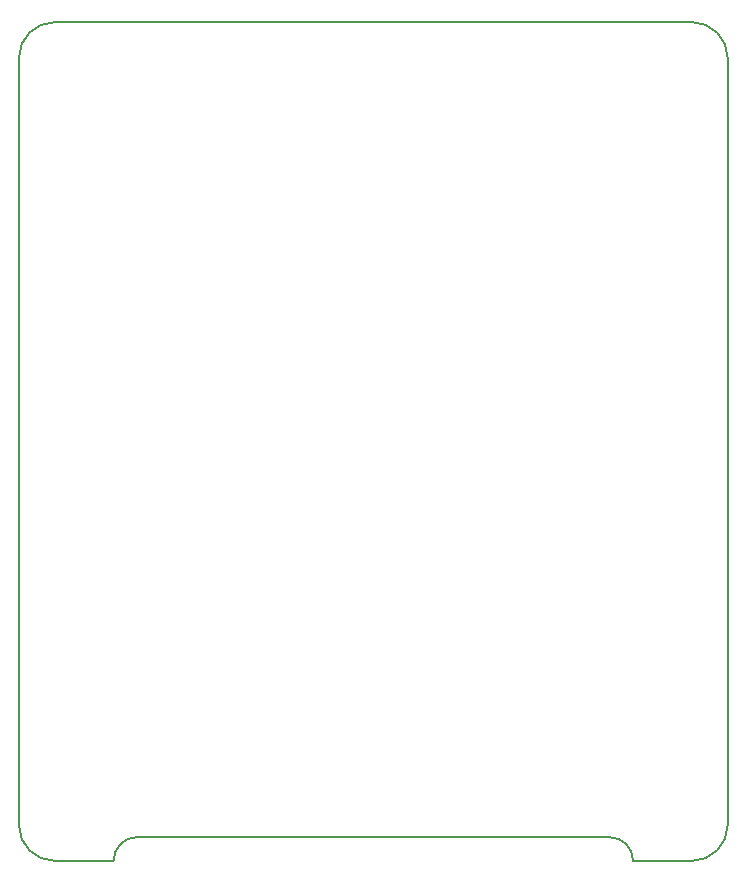
<source format=gbr>
G04 #@! TF.GenerationSoftware,KiCad,Pcbnew,(5.0.1-3-g963ef8bb5)*
G04 #@! TF.CreationDate,2020-03-03T13:58:01+01:00*
G04 #@! TF.ProjectId,studIOTmega_v11,73747564494F546D6567615F7631312E,rev?*
G04 #@! TF.SameCoordinates,Original*
G04 #@! TF.FileFunction,Profile,NP*
%FSLAX46Y46*%
G04 Gerber Fmt 4.6, Leading zero omitted, Abs format (unit mm)*
G04 Created by KiCad (PCBNEW (5.0.1-3-g963ef8bb5)) date 2020 March 03, Tuesday 13:58:01*
%MOMM*%
%LPD*%
G01*
G04 APERTURE LIST*
%ADD10C,0.200000*%
G04 APERTURE END LIST*
D10*
X122000000Y-147000000D02*
X127000000Y-147000000D01*
X80000000Y-145000000D02*
X120000000Y-145000000D01*
X120000000Y-145000000D02*
G75*
G02X122000000Y-147000000I0J-2000000D01*
G01*
X78000000Y-147000000D02*
G75*
G02X80000000Y-145000000I2000000J0D01*
G01*
X73000000Y-147000000D02*
G75*
G02X70000000Y-144000000I0J3000000D01*
G01*
X130000000Y-144000000D02*
G75*
G02X127000000Y-147000000I-3000000J0D01*
G01*
X127000000Y-76000000D02*
G75*
G02X130000000Y-79000000I0J-3000000D01*
G01*
X70000000Y-79000000D02*
G75*
G02X73000000Y-76000000I3000000J0D01*
G01*
X70000000Y-144000000D02*
X70000000Y-79000000D01*
X78000000Y-147000000D02*
X73000000Y-147000000D01*
X130000000Y-79000000D02*
X130000000Y-144000000D01*
X73000000Y-76000000D02*
X127000000Y-76000000D01*
M02*

</source>
